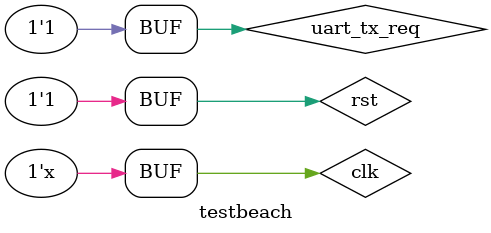
<source format=v>
`timescale 1ns/1ps

module testbeach();


    reg     clk;
    reg     rst;
    
    // 发送部分信号
    reg     uart_tx_req;
    wire    uart_txs_done;
    reg[23:0]   idats;
    
    // 接收部分信号
    wire    uart_rxs_done;
    wire[23:0]  odats;
    
    // UART接口信号
    //wire        uarttx;
    //wire        uartrx;
	 wire        uart;

    // 创建UART内部连接回路（用于自环测试）
    //assign uartrx = uarttx;
    
    // 生成50MHz时钟（周期20ns）
    always #50 clk = ~clk;

    // 测试序列
//    initial begin
//        // 初始化信号
//        clk = 1'b1;
//        rst = 1'b1;
//        
//        idats = 16'ha3dc;  // 测试数据（3字节）
//        uart_tx_req = 1'b0;
//
//        // 系统复位
//        #100
//        rst = 1'b0;
//		  #100
//        rst = 1'b1;
//        // 发起第一个数据包发送请求
//        #100
//        uart_tx_req = 1'b1;

        
 initial begin
        clk = 1'b1;
        rst = 1'b1;
        idats = 'd12256;
        uart_tx_req = 1'b0;

        #100
        rst = 1'b0;
        #100
        rst = 1'b1;

        #100
        uart_tx_req <= 1'b1;
    end
    

    always@(posedge clk)
        if(uart_txs_done == 1'b1)
            idats <= idats + 'd2323;
        
   
    
    // 实例化uart_top模块（用于综合测试的顶层模块）
    uart_top uart_top_inst (
        .sys_clk        (clk),
        .rst_n          (rst),
        
        // 发送部分接口
        .uart_tx_req    (uart_tx_req),
        .uart_txs_done  (uart_txs_done),
        .idats          (idats),
        
        // 接收部分接口
        .uart_rxs_done  (uart_rxs_done),
        .odats          (odats),
        
        // UART接口
        .uarttx         (uart),
        .uartrx         (uart)
    );




endmodule
</source>
